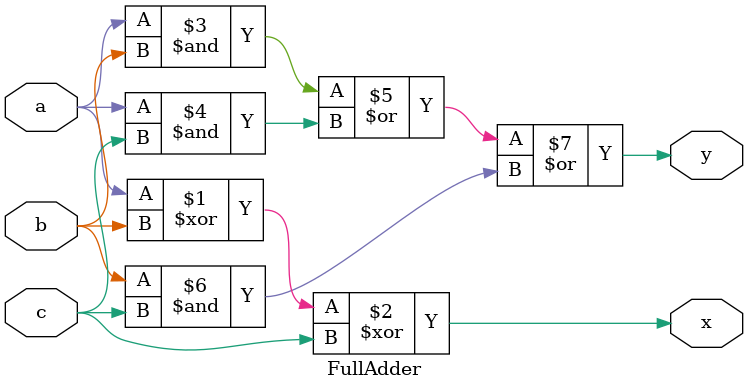
<source format=v>
module FullAdder (a, b, c, x, y);

input a;
input b;
input c;
output x;
output y;


// input a, b;
// output c;
//

assign x = (a^b)^c;
assign y = (a&b)|(a&c)|(b&c);

// and inst1 (c, a, b);

endmodule


</source>
